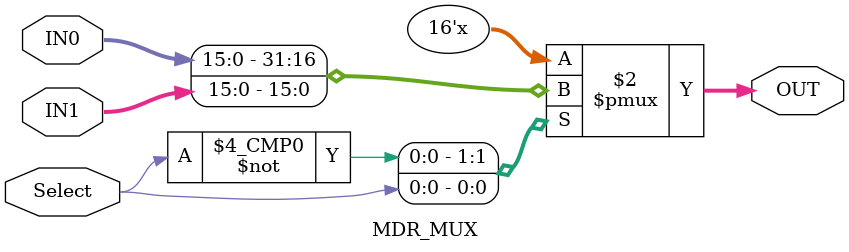
<source format=sv>
module PC_MUX (input  logic [15:0] IN0, IN1, IN2,
					input		 logic [1:0]	 Select,		
					output logic [15:0] OUT);
		
		always_comb
		begin
			case (Select)
			
				2'b00:
					OUT = IN0;
				2'b01:
					OUT = IN1;
				2'b10:
					OUT = IN2;
				2'b11:
					OUT = 16'h0;

			endcase
		end
		
endmodule

// Destination Register MUX. Either sets DR as input or as 111.
module DR_MUX (input  logic [2:0] IN,
					input  logic 		 Select,
					output logic [2:0] OUT);
		
		always_comb
		begin
			case (Select)
			
				1'b0:
					OUT = IN;
				1'b1:
					OUT = 3'b111;
			endcase
		end
	
endmodule

// Source register 1 MUX. Either read Instruction register bits 9-11 or 6-8.
module SR1_MUX (input  logic [2:0] IN0, IN1,
					 input  logic  	  Select,
					 output logic [2:0] OUT);
		
		always_comb
		begin
			case (Select)
			
				1'b0:
					OUT = IN0;
				1'b1:
					OUT = IN1;
			endcase
		end
		
endmodule

// Source register 2 MUX. Either takes value from Register File, or from Instruction Register
module SR2_MUX (input  logic [15:0] IN0, IN1,
					 input  logic 			Select,
					 output logic [15:0] OUT);
					 
		always_comb
		begin
			case (Select)
			
				1'b0:
					OUT = IN0;
				1'b1:
					OUT = IN1;
			endcase
		end
		
endmodule

// Address 1 MUX. Either takes value from PC or Register File
module ADDR1_MUX (input  logic [15:0] IN0, IN1,
						input  logic 			Select,
						output logic [15:0] OUT);
						
		always_comb
		begin
			case (Select)
			
				1'b0:
					OUT = IN0;
				1'b1:
					OUT = IN1;
			endcase
		end
		
endmodule

// Address 2 MUX. Takes the sign extensions of the instruction register or inputs 0.
module ADDR2_MUX (input  logic [15:0] IN0, IN1, IN2,
						input  logic [1:0]  Select,
						output logic [15:0] OUT);
		
		always_comb
		begin
			case (Select)
			
				2'b00:
					OUT = 16'h0;
				2'b01:
					OUT = IN0;
				2'b10:
					OUT = IN1;
				2'b11:
					OUT = IN2;
			endcase
		end
		
endmodule

// Gate MUX to monitor the outputs into the BUS.
module GATE_MUX (input   logic [15:0] IN0, IN1, IN2, IN3,
					  input  logic [3:0]  Select,
					  output logic [15:0] OUT);
		
		always_comb
		begin
			case (Select)
			
				4'b1000:
					OUT = IN0;
				4'b0100:
					OUT = IN1;
				4'b0010:
					OUT = IN2;			
				4'b0001:
					OUT = IN3;
				default: 
					OUT = 16'h0;
			endcase
		end

endmodule

// Memory Data MUX. Either takes inputs from memory or the BUS.
module MDR_MUX (input  logic [15:0] IN0, IN1,
					 input  logic 			Select,
					 output logic [15:0] OUT);
					 
		always_comb
		begin
			case (Select)
			
				1'b0:
					OUT = IN0;
				1'b1:
					OUT = IN1;
			endcase
		end
		
endmodule
</source>
